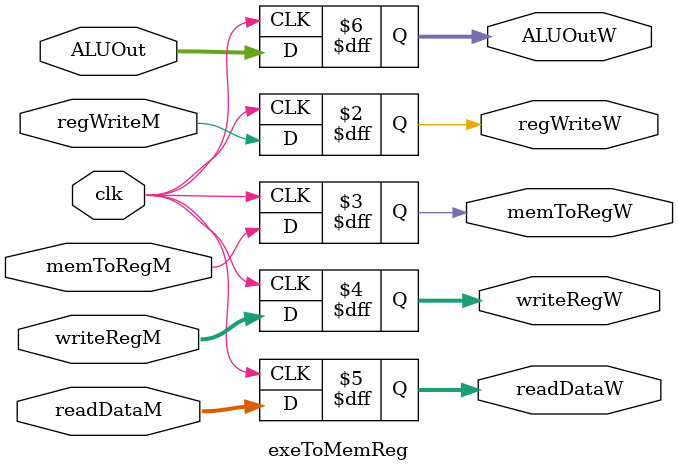
<source format=v>
module exeToMemReg(regWriteM, memToRegM, readDataM, ALUOut, writeRegM, regWriteW, memToRegW, readDataW, ALUOutW, writeRegW, clk);
    input clk, regWriteM, memToRegM;
    input [4:0] writeRegM;
    input [31:0] readDataM, ALUOut;
    output reg regWriteW, memToRegW;
    output reg [4:0] writeRegW;
    output reg [31:0] readDataW, ALUOutW;
    
    always@(posedge clk) begin
        
        regWriteW = regWriteM;
        memToRegW = memToRegM;
        writeRegW = writeRegM;
        readDataW = readDataM;
        ALUOutW = ALUOut;
        end
endmodule
</source>
